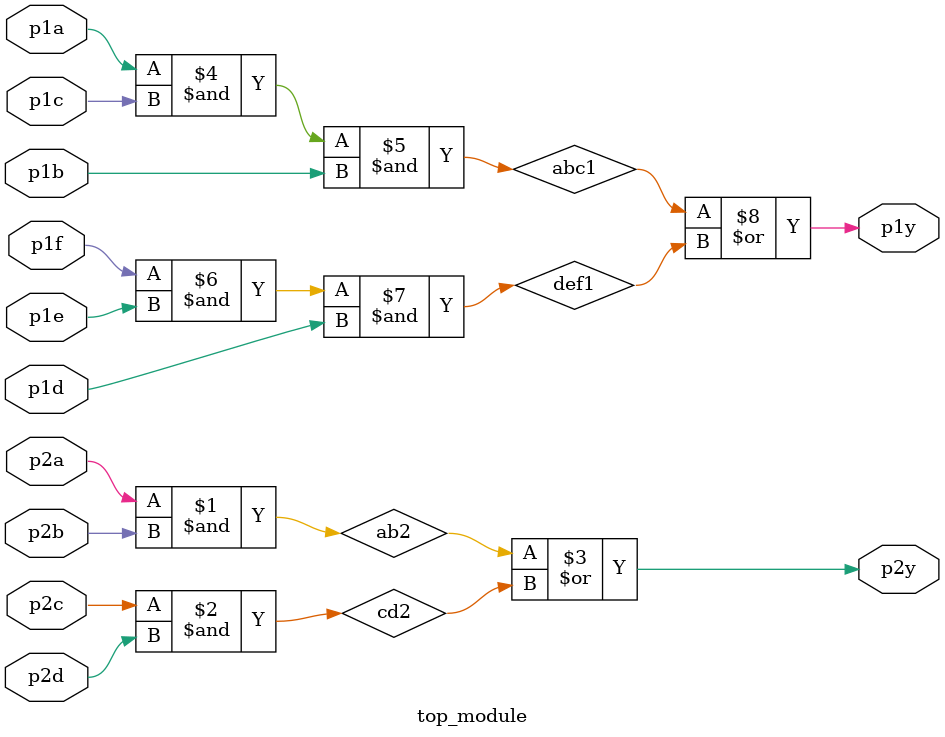
<source format=v>
module top_module ( 
    input p1a, p1b, p1c, p1d, p1e, p1f,
    output p1y,
    input p2a, p2b, p2c, p2d,
    output p2y );
    
    // Left side
    wire ab2;
    wire cd2;
    
    // Right side
    wire abc1;
    wire def1;
    
    assign ab2 = p2a & p2b;
    assign cd2 = p2c & p2d;
    assign p2y = ab2 | cd2;
    
    assign abc1 = p1a & p1c & p1b;
    assign def1 = p1f & p1e & p1d;
    assign p1y = abc1 | def1;
    


endmodule

</source>
